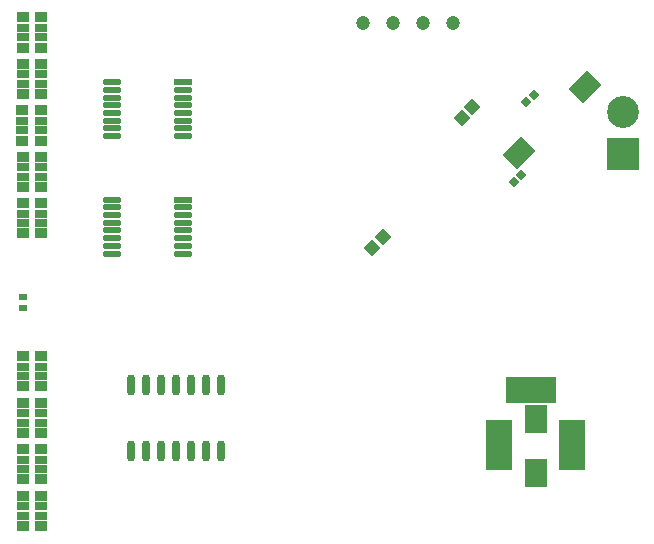
<source format=gbs>
G04*
G04 #@! TF.GenerationSoftware,Altium Limited,Altium Designer,18.1.9 (240)*
G04*
G04 Layer_Color=16711935*
%FSLAX25Y25*%
%MOIN*%
G70*
G01*
G75*
%ADD47R,0.02769X0.02375*%
%ADD52O,0.02559X0.07087*%
%ADD54O,0.06312X0.01981*%
%ADD55R,0.06312X0.01981*%
G04:AMPARAMS|DCode=58|XSize=23.75mil|YSize=27.69mil|CornerRadius=0mil|HoleSize=0mil|Usage=FLASHONLY|Rotation=225.000|XOffset=0mil|YOffset=0mil|HoleType=Round|Shape=Rectangle|*
%AMROTATEDRECTD58*
4,1,4,-0.00139,0.01818,0.01818,-0.00139,0.00139,-0.01818,-0.01818,0.00139,-0.00139,0.01818,0.0*
%
%ADD58ROTATEDRECTD58*%

%ADD70R,0.16548X0.08674*%
%ADD71R,0.08674X0.16548*%
%ADD72C,0.10642*%
%ADD73R,0.10642X0.10642*%
%ADD87C,0.04737*%
G04:AMPARAMS|DCode=88|XSize=86.74mil|YSize=67.06mil|CornerRadius=0mil|HoleSize=0mil|Usage=FLASHONLY|Rotation=45.000|XOffset=0mil|YOffset=0mil|HoleType=Round|Shape=Rectangle|*
%AMROTATEDRECTD88*
4,1,4,-0.00696,-0.05438,-0.05438,-0.00696,0.00696,0.05438,0.05438,0.00696,-0.00696,-0.05438,0.0*
%
%ADD88ROTATEDRECTD88*%

%ADD89R,0.07690X0.09461*%
%ADD90P,0.05374X4X90.0*%
%ADD91R,0.04343X0.03359*%
%ADD92R,0.04343X0.02769*%
D47*
X-13000Y77271D02*
D03*
X-13000Y73728D02*
D03*
D52*
X48000Y25800D02*
D03*
X43000D02*
D03*
X38000D02*
D03*
X33000D02*
D03*
X28000D02*
D03*
X23000D02*
D03*
X53000D02*
D03*
X53000Y48000D02*
D03*
X48000D02*
D03*
X43000D02*
D03*
X38000D02*
D03*
X33000D02*
D03*
X28000D02*
D03*
X23000D02*
D03*
D54*
X16747Y148898D02*
D03*
Y146339D02*
D03*
Y143780D02*
D03*
Y141221D02*
D03*
Y138662D02*
D03*
Y136103D02*
D03*
Y133544D02*
D03*
Y130985D02*
D03*
X40369D02*
D03*
Y133544D02*
D03*
Y136103D02*
D03*
Y138662D02*
D03*
Y141221D02*
D03*
Y143780D02*
D03*
Y146339D02*
D03*
X16747Y109696D02*
D03*
Y107137D02*
D03*
Y104578D02*
D03*
Y102019D02*
D03*
Y99460D02*
D03*
Y96900D02*
D03*
Y94341D02*
D03*
Y91782D02*
D03*
X40369D02*
D03*
Y94341D02*
D03*
Y96900D02*
D03*
Y99460D02*
D03*
Y102019D02*
D03*
Y104578D02*
D03*
Y107137D02*
D03*
D55*
Y148898D02*
D03*
Y109696D02*
D03*
D58*
X150748Y115747D02*
D03*
X153114Y118114D02*
D03*
X154748Y142247D02*
D03*
X157253Y144753D02*
D03*
D70*
X156220Y46410D02*
D03*
D71*
X170000Y27906D02*
D03*
X145591D02*
D03*
D72*
X187000Y138890D02*
D03*
D73*
Y125110D02*
D03*
D87*
X130182Y168500D02*
D03*
D03*
X120182D02*
D03*
X110182D02*
D03*
X100182D02*
D03*
D88*
X152321Y125314D02*
D03*
X174460Y147342D02*
D03*
D89*
X158000Y18567D02*
D03*
Y36677D02*
D03*
D90*
X136809Y140471D02*
D03*
X133190Y136852D02*
D03*
X103424Y93709D02*
D03*
X107043Y97328D02*
D03*
D91*
X-6850Y160386D02*
D03*
Y170465D02*
D03*
X-13150D02*
D03*
Y160386D02*
D03*
X-6850Y144961D02*
D03*
Y155039D02*
D03*
X-13150D02*
D03*
Y144961D02*
D03*
X-7000Y129386D02*
D03*
Y139465D02*
D03*
X-13299D02*
D03*
Y129386D02*
D03*
X-6850Y113961D02*
D03*
Y124039D02*
D03*
X-13150D02*
D03*
Y113961D02*
D03*
X-6850Y98461D02*
D03*
Y108539D02*
D03*
X-13150D02*
D03*
Y98461D02*
D03*
X-6850Y47461D02*
D03*
Y57539D02*
D03*
X-13150D02*
D03*
Y47461D02*
D03*
X-6850Y31961D02*
D03*
Y42039D02*
D03*
X-13150D02*
D03*
Y31961D02*
D03*
X-6850Y16461D02*
D03*
Y26539D02*
D03*
X-13150D02*
D03*
Y16461D02*
D03*
X-6850Y961D02*
D03*
Y11039D02*
D03*
X-13150D02*
D03*
Y961D02*
D03*
D92*
X-6850Y163850D02*
D03*
Y167000D02*
D03*
X-13150D02*
D03*
Y163850D02*
D03*
X-6850Y148425D02*
D03*
Y151575D02*
D03*
X-13150D02*
D03*
Y148425D02*
D03*
X-7000Y132850D02*
D03*
Y136000D02*
D03*
X-13299D02*
D03*
Y132850D02*
D03*
X-6850Y117425D02*
D03*
Y120575D02*
D03*
X-13150D02*
D03*
Y117425D02*
D03*
X-6850Y101925D02*
D03*
Y105075D02*
D03*
X-13150D02*
D03*
Y101925D02*
D03*
X-6850Y50925D02*
D03*
Y54075D02*
D03*
X-13150D02*
D03*
Y50925D02*
D03*
X-6850Y35425D02*
D03*
Y38575D02*
D03*
X-13150D02*
D03*
Y35425D02*
D03*
X-6850Y19925D02*
D03*
Y23075D02*
D03*
X-13150D02*
D03*
Y19925D02*
D03*
X-6850Y4425D02*
D03*
Y7575D02*
D03*
X-13150D02*
D03*
Y4425D02*
D03*
M02*

</source>
